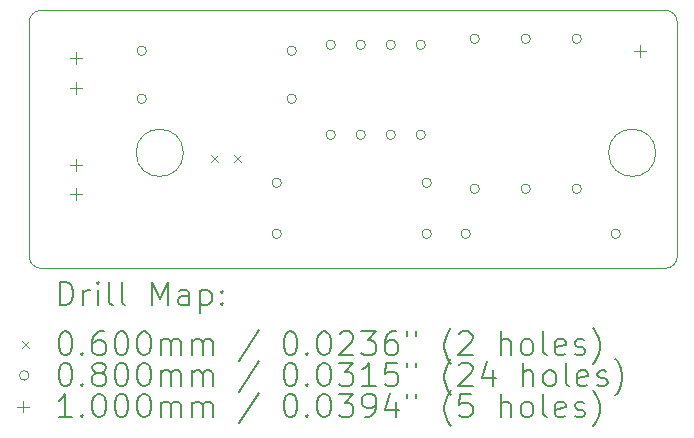
<source format=gbr>
%TF.GenerationSoftware,KiCad,Pcbnew,9.0.2*%
%TF.CreationDate,2025-07-07T17:18:13-07:00*%
%TF.ProjectId,switch_debounce_unit,73776974-6368-45f6-9465-626f756e6365,rev?*%
%TF.SameCoordinates,Original*%
%TF.FileFunction,Drillmap*%
%TF.FilePolarity,Positive*%
%FSLAX45Y45*%
G04 Gerber Fmt 4.5, Leading zero omitted, Abs format (unit mm)*
G04 Created by KiCad (PCBNEW 9.0.2) date 2025-07-07 17:18:13*
%MOMM*%
%LPD*%
G01*
G04 APERTURE LIST*
%ADD10C,0.050000*%
%ADD11C,0.200000*%
%ADD12C,0.100000*%
G04 APERTURE END LIST*
D10*
X6692900Y-3290900D02*
G75*
G02*
X6592900Y-3390900I-100000J0D01*
G01*
X1306500Y-3390900D02*
G75*
G02*
X1206500Y-3290900I0J100000D01*
G01*
X6592900Y-1206500D02*
G75*
G02*
X6692900Y-1306500I0J-100000D01*
G01*
X1206500Y-1306500D02*
G75*
G02*
X1306500Y-1206500I100000J0D01*
G01*
X6692900Y-1306500D02*
X6692900Y-3290900D01*
X1206500Y-3290900D02*
X1206500Y-1306500D01*
X6592900Y-3390900D02*
X1306500Y-3390900D01*
X1306500Y-1206500D02*
X6592900Y-1206500D01*
X6511400Y-2413000D02*
G75*
G02*
X6111400Y-2413000I-200000J0D01*
G01*
X6111400Y-2413000D02*
G75*
G02*
X6511400Y-2413000I200000J0D01*
G01*
X2511400Y-2413000D02*
G75*
G02*
X2111400Y-2413000I-200000J0D01*
G01*
X2111400Y-2413000D02*
G75*
G02*
X2511400Y-2413000I200000J0D01*
G01*
D11*
D12*
X2741800Y-2433800D02*
X2801800Y-2493800D01*
X2801800Y-2433800D02*
X2741800Y-2493800D01*
X2941800Y-2433800D02*
X3001800Y-2493800D01*
X3001800Y-2433800D02*
X2941800Y-2493800D01*
X2199000Y-1549400D02*
G75*
G02*
X2119000Y-1549400I-40000J0D01*
G01*
X2119000Y-1549400D02*
G75*
G02*
X2199000Y-1549400I40000J0D01*
G01*
X2199000Y-1955800D02*
G75*
G02*
X2119000Y-1955800I-40000J0D01*
G01*
X2119000Y-1955800D02*
G75*
G02*
X2199000Y-1955800I40000J0D01*
G01*
X3342000Y-2667000D02*
G75*
G02*
X3262000Y-2667000I-40000J0D01*
G01*
X3262000Y-2667000D02*
G75*
G02*
X3342000Y-2667000I40000J0D01*
G01*
X3342000Y-3098800D02*
G75*
G02*
X3262000Y-3098800I-40000J0D01*
G01*
X3262000Y-3098800D02*
G75*
G02*
X3342000Y-3098800I40000J0D01*
G01*
X3469000Y-1549400D02*
G75*
G02*
X3389000Y-1549400I-40000J0D01*
G01*
X3389000Y-1549400D02*
G75*
G02*
X3469000Y-1549400I40000J0D01*
G01*
X3469000Y-1955800D02*
G75*
G02*
X3389000Y-1955800I-40000J0D01*
G01*
X3389000Y-1955800D02*
G75*
G02*
X3469000Y-1955800I40000J0D01*
G01*
X3799200Y-1498600D02*
G75*
G02*
X3719200Y-1498600I-40000J0D01*
G01*
X3719200Y-1498600D02*
G75*
G02*
X3799200Y-1498600I40000J0D01*
G01*
X3799200Y-2260600D02*
G75*
G02*
X3719200Y-2260600I-40000J0D01*
G01*
X3719200Y-2260600D02*
G75*
G02*
X3799200Y-2260600I40000J0D01*
G01*
X4053200Y-1498600D02*
G75*
G02*
X3973200Y-1498600I-40000J0D01*
G01*
X3973200Y-1498600D02*
G75*
G02*
X4053200Y-1498600I40000J0D01*
G01*
X4053200Y-2260600D02*
G75*
G02*
X3973200Y-2260600I-40000J0D01*
G01*
X3973200Y-2260600D02*
G75*
G02*
X4053200Y-2260600I40000J0D01*
G01*
X4307200Y-1498600D02*
G75*
G02*
X4227200Y-1498600I-40000J0D01*
G01*
X4227200Y-1498600D02*
G75*
G02*
X4307200Y-1498600I40000J0D01*
G01*
X4307200Y-2260600D02*
G75*
G02*
X4227200Y-2260600I-40000J0D01*
G01*
X4227200Y-2260600D02*
G75*
G02*
X4307200Y-2260600I40000J0D01*
G01*
X4561200Y-1498600D02*
G75*
G02*
X4481200Y-1498600I-40000J0D01*
G01*
X4481200Y-1498600D02*
G75*
G02*
X4561200Y-1498600I40000J0D01*
G01*
X4561200Y-2260600D02*
G75*
G02*
X4481200Y-2260600I-40000J0D01*
G01*
X4481200Y-2260600D02*
G75*
G02*
X4561200Y-2260600I40000J0D01*
G01*
X4612000Y-2667000D02*
G75*
G02*
X4532000Y-2667000I-40000J0D01*
G01*
X4532000Y-2667000D02*
G75*
G02*
X4612000Y-2667000I40000J0D01*
G01*
X4612000Y-3098800D02*
G75*
G02*
X4532000Y-3098800I-40000J0D01*
G01*
X4532000Y-3098800D02*
G75*
G02*
X4612000Y-3098800I40000J0D01*
G01*
X4942200Y-3098800D02*
G75*
G02*
X4862200Y-3098800I-40000J0D01*
G01*
X4862200Y-3098800D02*
G75*
G02*
X4942200Y-3098800I40000J0D01*
G01*
X5018400Y-1447800D02*
G75*
G02*
X4938400Y-1447800I-40000J0D01*
G01*
X4938400Y-1447800D02*
G75*
G02*
X5018400Y-1447800I40000J0D01*
G01*
X5018400Y-2717800D02*
G75*
G02*
X4938400Y-2717800I-40000J0D01*
G01*
X4938400Y-2717800D02*
G75*
G02*
X5018400Y-2717800I40000J0D01*
G01*
X5450200Y-1447800D02*
G75*
G02*
X5370200Y-1447800I-40000J0D01*
G01*
X5370200Y-1447800D02*
G75*
G02*
X5450200Y-1447800I40000J0D01*
G01*
X5450200Y-2717800D02*
G75*
G02*
X5370200Y-2717800I-40000J0D01*
G01*
X5370200Y-2717800D02*
G75*
G02*
X5450200Y-2717800I40000J0D01*
G01*
X5882000Y-1447800D02*
G75*
G02*
X5802000Y-1447800I-40000J0D01*
G01*
X5802000Y-1447800D02*
G75*
G02*
X5882000Y-1447800I40000J0D01*
G01*
X5882000Y-2717800D02*
G75*
G02*
X5802000Y-2717800I-40000J0D01*
G01*
X5802000Y-2717800D02*
G75*
G02*
X5882000Y-2717800I40000J0D01*
G01*
X6212200Y-3098800D02*
G75*
G02*
X6132200Y-3098800I-40000J0D01*
G01*
X6132200Y-3098800D02*
G75*
G02*
X6212200Y-3098800I40000J0D01*
G01*
X1600200Y-1562900D02*
X1600200Y-1662900D01*
X1550200Y-1612900D02*
X1650200Y-1612900D01*
X1600200Y-1812900D02*
X1600200Y-1912900D01*
X1550200Y-1862900D02*
X1650200Y-1862900D01*
X1600200Y-2464600D02*
X1600200Y-2564600D01*
X1550200Y-2514600D02*
X1650200Y-2514600D01*
X1600200Y-2714600D02*
X1600200Y-2814600D01*
X1550200Y-2764600D02*
X1650200Y-2764600D01*
X6375400Y-1499400D02*
X6375400Y-1599400D01*
X6325400Y-1549400D02*
X6425400Y-1549400D01*
D11*
X1464777Y-3704884D02*
X1464777Y-3504884D01*
X1464777Y-3504884D02*
X1512396Y-3504884D01*
X1512396Y-3504884D02*
X1540967Y-3514408D01*
X1540967Y-3514408D02*
X1560015Y-3533455D01*
X1560015Y-3533455D02*
X1569539Y-3552503D01*
X1569539Y-3552503D02*
X1579062Y-3590598D01*
X1579062Y-3590598D02*
X1579062Y-3619169D01*
X1579062Y-3619169D02*
X1569539Y-3657265D01*
X1569539Y-3657265D02*
X1560015Y-3676312D01*
X1560015Y-3676312D02*
X1540967Y-3695360D01*
X1540967Y-3695360D02*
X1512396Y-3704884D01*
X1512396Y-3704884D02*
X1464777Y-3704884D01*
X1664777Y-3704884D02*
X1664777Y-3571550D01*
X1664777Y-3609646D02*
X1674301Y-3590598D01*
X1674301Y-3590598D02*
X1683824Y-3581074D01*
X1683824Y-3581074D02*
X1702872Y-3571550D01*
X1702872Y-3571550D02*
X1721920Y-3571550D01*
X1788586Y-3704884D02*
X1788586Y-3571550D01*
X1788586Y-3504884D02*
X1779062Y-3514408D01*
X1779062Y-3514408D02*
X1788586Y-3523931D01*
X1788586Y-3523931D02*
X1798110Y-3514408D01*
X1798110Y-3514408D02*
X1788586Y-3504884D01*
X1788586Y-3504884D02*
X1788586Y-3523931D01*
X1912396Y-3704884D02*
X1893348Y-3695360D01*
X1893348Y-3695360D02*
X1883824Y-3676312D01*
X1883824Y-3676312D02*
X1883824Y-3504884D01*
X2017158Y-3704884D02*
X1998110Y-3695360D01*
X1998110Y-3695360D02*
X1988586Y-3676312D01*
X1988586Y-3676312D02*
X1988586Y-3504884D01*
X2245729Y-3704884D02*
X2245729Y-3504884D01*
X2245729Y-3504884D02*
X2312396Y-3647741D01*
X2312396Y-3647741D02*
X2379063Y-3504884D01*
X2379063Y-3504884D02*
X2379063Y-3704884D01*
X2560015Y-3704884D02*
X2560015Y-3600122D01*
X2560015Y-3600122D02*
X2550491Y-3581074D01*
X2550491Y-3581074D02*
X2531444Y-3571550D01*
X2531444Y-3571550D02*
X2493348Y-3571550D01*
X2493348Y-3571550D02*
X2474301Y-3581074D01*
X2560015Y-3695360D02*
X2540967Y-3704884D01*
X2540967Y-3704884D02*
X2493348Y-3704884D01*
X2493348Y-3704884D02*
X2474301Y-3695360D01*
X2474301Y-3695360D02*
X2464777Y-3676312D01*
X2464777Y-3676312D02*
X2464777Y-3657265D01*
X2464777Y-3657265D02*
X2474301Y-3638217D01*
X2474301Y-3638217D02*
X2493348Y-3628693D01*
X2493348Y-3628693D02*
X2540967Y-3628693D01*
X2540967Y-3628693D02*
X2560015Y-3619169D01*
X2655253Y-3571550D02*
X2655253Y-3771550D01*
X2655253Y-3581074D02*
X2674301Y-3571550D01*
X2674301Y-3571550D02*
X2712396Y-3571550D01*
X2712396Y-3571550D02*
X2731444Y-3581074D01*
X2731444Y-3581074D02*
X2740967Y-3590598D01*
X2740967Y-3590598D02*
X2750491Y-3609646D01*
X2750491Y-3609646D02*
X2750491Y-3666788D01*
X2750491Y-3666788D02*
X2740967Y-3685836D01*
X2740967Y-3685836D02*
X2731444Y-3695360D01*
X2731444Y-3695360D02*
X2712396Y-3704884D01*
X2712396Y-3704884D02*
X2674301Y-3704884D01*
X2674301Y-3704884D02*
X2655253Y-3695360D01*
X2836205Y-3685836D02*
X2845729Y-3695360D01*
X2845729Y-3695360D02*
X2836205Y-3704884D01*
X2836205Y-3704884D02*
X2826682Y-3695360D01*
X2826682Y-3695360D02*
X2836205Y-3685836D01*
X2836205Y-3685836D02*
X2836205Y-3704884D01*
X2836205Y-3581074D02*
X2845729Y-3590598D01*
X2845729Y-3590598D02*
X2836205Y-3600122D01*
X2836205Y-3600122D02*
X2826682Y-3590598D01*
X2826682Y-3590598D02*
X2836205Y-3581074D01*
X2836205Y-3581074D02*
X2836205Y-3600122D01*
D12*
X1144000Y-4003400D02*
X1204000Y-4063400D01*
X1204000Y-4003400D02*
X1144000Y-4063400D01*
D11*
X1502872Y-3924884D02*
X1521920Y-3924884D01*
X1521920Y-3924884D02*
X1540967Y-3934408D01*
X1540967Y-3934408D02*
X1550491Y-3943931D01*
X1550491Y-3943931D02*
X1560015Y-3962979D01*
X1560015Y-3962979D02*
X1569539Y-4001074D01*
X1569539Y-4001074D02*
X1569539Y-4048693D01*
X1569539Y-4048693D02*
X1560015Y-4086788D01*
X1560015Y-4086788D02*
X1550491Y-4105836D01*
X1550491Y-4105836D02*
X1540967Y-4115360D01*
X1540967Y-4115360D02*
X1521920Y-4124884D01*
X1521920Y-4124884D02*
X1502872Y-4124884D01*
X1502872Y-4124884D02*
X1483824Y-4115360D01*
X1483824Y-4115360D02*
X1474301Y-4105836D01*
X1474301Y-4105836D02*
X1464777Y-4086788D01*
X1464777Y-4086788D02*
X1455253Y-4048693D01*
X1455253Y-4048693D02*
X1455253Y-4001074D01*
X1455253Y-4001074D02*
X1464777Y-3962979D01*
X1464777Y-3962979D02*
X1474301Y-3943931D01*
X1474301Y-3943931D02*
X1483824Y-3934408D01*
X1483824Y-3934408D02*
X1502872Y-3924884D01*
X1655253Y-4105836D02*
X1664777Y-4115360D01*
X1664777Y-4115360D02*
X1655253Y-4124884D01*
X1655253Y-4124884D02*
X1645729Y-4115360D01*
X1645729Y-4115360D02*
X1655253Y-4105836D01*
X1655253Y-4105836D02*
X1655253Y-4124884D01*
X1836205Y-3924884D02*
X1798110Y-3924884D01*
X1798110Y-3924884D02*
X1779062Y-3934408D01*
X1779062Y-3934408D02*
X1769539Y-3943931D01*
X1769539Y-3943931D02*
X1750491Y-3972503D01*
X1750491Y-3972503D02*
X1740967Y-4010598D01*
X1740967Y-4010598D02*
X1740967Y-4086788D01*
X1740967Y-4086788D02*
X1750491Y-4105836D01*
X1750491Y-4105836D02*
X1760015Y-4115360D01*
X1760015Y-4115360D02*
X1779062Y-4124884D01*
X1779062Y-4124884D02*
X1817158Y-4124884D01*
X1817158Y-4124884D02*
X1836205Y-4115360D01*
X1836205Y-4115360D02*
X1845729Y-4105836D01*
X1845729Y-4105836D02*
X1855253Y-4086788D01*
X1855253Y-4086788D02*
X1855253Y-4039169D01*
X1855253Y-4039169D02*
X1845729Y-4020122D01*
X1845729Y-4020122D02*
X1836205Y-4010598D01*
X1836205Y-4010598D02*
X1817158Y-4001074D01*
X1817158Y-4001074D02*
X1779062Y-4001074D01*
X1779062Y-4001074D02*
X1760015Y-4010598D01*
X1760015Y-4010598D02*
X1750491Y-4020122D01*
X1750491Y-4020122D02*
X1740967Y-4039169D01*
X1979062Y-3924884D02*
X1998110Y-3924884D01*
X1998110Y-3924884D02*
X2017158Y-3934408D01*
X2017158Y-3934408D02*
X2026682Y-3943931D01*
X2026682Y-3943931D02*
X2036205Y-3962979D01*
X2036205Y-3962979D02*
X2045729Y-4001074D01*
X2045729Y-4001074D02*
X2045729Y-4048693D01*
X2045729Y-4048693D02*
X2036205Y-4086788D01*
X2036205Y-4086788D02*
X2026682Y-4105836D01*
X2026682Y-4105836D02*
X2017158Y-4115360D01*
X2017158Y-4115360D02*
X1998110Y-4124884D01*
X1998110Y-4124884D02*
X1979062Y-4124884D01*
X1979062Y-4124884D02*
X1960015Y-4115360D01*
X1960015Y-4115360D02*
X1950491Y-4105836D01*
X1950491Y-4105836D02*
X1940967Y-4086788D01*
X1940967Y-4086788D02*
X1931443Y-4048693D01*
X1931443Y-4048693D02*
X1931443Y-4001074D01*
X1931443Y-4001074D02*
X1940967Y-3962979D01*
X1940967Y-3962979D02*
X1950491Y-3943931D01*
X1950491Y-3943931D02*
X1960015Y-3934408D01*
X1960015Y-3934408D02*
X1979062Y-3924884D01*
X2169539Y-3924884D02*
X2188586Y-3924884D01*
X2188586Y-3924884D02*
X2207634Y-3934408D01*
X2207634Y-3934408D02*
X2217158Y-3943931D01*
X2217158Y-3943931D02*
X2226682Y-3962979D01*
X2226682Y-3962979D02*
X2236205Y-4001074D01*
X2236205Y-4001074D02*
X2236205Y-4048693D01*
X2236205Y-4048693D02*
X2226682Y-4086788D01*
X2226682Y-4086788D02*
X2217158Y-4105836D01*
X2217158Y-4105836D02*
X2207634Y-4115360D01*
X2207634Y-4115360D02*
X2188586Y-4124884D01*
X2188586Y-4124884D02*
X2169539Y-4124884D01*
X2169539Y-4124884D02*
X2150491Y-4115360D01*
X2150491Y-4115360D02*
X2140967Y-4105836D01*
X2140967Y-4105836D02*
X2131444Y-4086788D01*
X2131444Y-4086788D02*
X2121920Y-4048693D01*
X2121920Y-4048693D02*
X2121920Y-4001074D01*
X2121920Y-4001074D02*
X2131444Y-3962979D01*
X2131444Y-3962979D02*
X2140967Y-3943931D01*
X2140967Y-3943931D02*
X2150491Y-3934408D01*
X2150491Y-3934408D02*
X2169539Y-3924884D01*
X2321920Y-4124884D02*
X2321920Y-3991550D01*
X2321920Y-4010598D02*
X2331444Y-4001074D01*
X2331444Y-4001074D02*
X2350491Y-3991550D01*
X2350491Y-3991550D02*
X2379063Y-3991550D01*
X2379063Y-3991550D02*
X2398110Y-4001074D01*
X2398110Y-4001074D02*
X2407634Y-4020122D01*
X2407634Y-4020122D02*
X2407634Y-4124884D01*
X2407634Y-4020122D02*
X2417158Y-4001074D01*
X2417158Y-4001074D02*
X2436205Y-3991550D01*
X2436205Y-3991550D02*
X2464777Y-3991550D01*
X2464777Y-3991550D02*
X2483825Y-4001074D01*
X2483825Y-4001074D02*
X2493348Y-4020122D01*
X2493348Y-4020122D02*
X2493348Y-4124884D01*
X2588586Y-4124884D02*
X2588586Y-3991550D01*
X2588586Y-4010598D02*
X2598110Y-4001074D01*
X2598110Y-4001074D02*
X2617158Y-3991550D01*
X2617158Y-3991550D02*
X2645729Y-3991550D01*
X2645729Y-3991550D02*
X2664777Y-4001074D01*
X2664777Y-4001074D02*
X2674301Y-4020122D01*
X2674301Y-4020122D02*
X2674301Y-4124884D01*
X2674301Y-4020122D02*
X2683825Y-4001074D01*
X2683825Y-4001074D02*
X2702872Y-3991550D01*
X2702872Y-3991550D02*
X2731444Y-3991550D01*
X2731444Y-3991550D02*
X2750491Y-4001074D01*
X2750491Y-4001074D02*
X2760015Y-4020122D01*
X2760015Y-4020122D02*
X2760015Y-4124884D01*
X3150491Y-3915360D02*
X2979063Y-4172503D01*
X3407634Y-3924884D02*
X3426682Y-3924884D01*
X3426682Y-3924884D02*
X3445729Y-3934408D01*
X3445729Y-3934408D02*
X3455253Y-3943931D01*
X3455253Y-3943931D02*
X3464777Y-3962979D01*
X3464777Y-3962979D02*
X3474301Y-4001074D01*
X3474301Y-4001074D02*
X3474301Y-4048693D01*
X3474301Y-4048693D02*
X3464777Y-4086788D01*
X3464777Y-4086788D02*
X3455253Y-4105836D01*
X3455253Y-4105836D02*
X3445729Y-4115360D01*
X3445729Y-4115360D02*
X3426682Y-4124884D01*
X3426682Y-4124884D02*
X3407634Y-4124884D01*
X3407634Y-4124884D02*
X3388586Y-4115360D01*
X3388586Y-4115360D02*
X3379063Y-4105836D01*
X3379063Y-4105836D02*
X3369539Y-4086788D01*
X3369539Y-4086788D02*
X3360015Y-4048693D01*
X3360015Y-4048693D02*
X3360015Y-4001074D01*
X3360015Y-4001074D02*
X3369539Y-3962979D01*
X3369539Y-3962979D02*
X3379063Y-3943931D01*
X3379063Y-3943931D02*
X3388586Y-3934408D01*
X3388586Y-3934408D02*
X3407634Y-3924884D01*
X3560015Y-4105836D02*
X3569539Y-4115360D01*
X3569539Y-4115360D02*
X3560015Y-4124884D01*
X3560015Y-4124884D02*
X3550491Y-4115360D01*
X3550491Y-4115360D02*
X3560015Y-4105836D01*
X3560015Y-4105836D02*
X3560015Y-4124884D01*
X3693348Y-3924884D02*
X3712396Y-3924884D01*
X3712396Y-3924884D02*
X3731444Y-3934408D01*
X3731444Y-3934408D02*
X3740967Y-3943931D01*
X3740967Y-3943931D02*
X3750491Y-3962979D01*
X3750491Y-3962979D02*
X3760015Y-4001074D01*
X3760015Y-4001074D02*
X3760015Y-4048693D01*
X3760015Y-4048693D02*
X3750491Y-4086788D01*
X3750491Y-4086788D02*
X3740967Y-4105836D01*
X3740967Y-4105836D02*
X3731444Y-4115360D01*
X3731444Y-4115360D02*
X3712396Y-4124884D01*
X3712396Y-4124884D02*
X3693348Y-4124884D01*
X3693348Y-4124884D02*
X3674301Y-4115360D01*
X3674301Y-4115360D02*
X3664777Y-4105836D01*
X3664777Y-4105836D02*
X3655253Y-4086788D01*
X3655253Y-4086788D02*
X3645729Y-4048693D01*
X3645729Y-4048693D02*
X3645729Y-4001074D01*
X3645729Y-4001074D02*
X3655253Y-3962979D01*
X3655253Y-3962979D02*
X3664777Y-3943931D01*
X3664777Y-3943931D02*
X3674301Y-3934408D01*
X3674301Y-3934408D02*
X3693348Y-3924884D01*
X3836206Y-3943931D02*
X3845729Y-3934408D01*
X3845729Y-3934408D02*
X3864777Y-3924884D01*
X3864777Y-3924884D02*
X3912396Y-3924884D01*
X3912396Y-3924884D02*
X3931444Y-3934408D01*
X3931444Y-3934408D02*
X3940967Y-3943931D01*
X3940967Y-3943931D02*
X3950491Y-3962979D01*
X3950491Y-3962979D02*
X3950491Y-3982027D01*
X3950491Y-3982027D02*
X3940967Y-4010598D01*
X3940967Y-4010598D02*
X3826682Y-4124884D01*
X3826682Y-4124884D02*
X3950491Y-4124884D01*
X4017158Y-3924884D02*
X4140967Y-3924884D01*
X4140967Y-3924884D02*
X4074301Y-4001074D01*
X4074301Y-4001074D02*
X4102872Y-4001074D01*
X4102872Y-4001074D02*
X4121920Y-4010598D01*
X4121920Y-4010598D02*
X4131444Y-4020122D01*
X4131444Y-4020122D02*
X4140967Y-4039169D01*
X4140967Y-4039169D02*
X4140967Y-4086788D01*
X4140967Y-4086788D02*
X4131444Y-4105836D01*
X4131444Y-4105836D02*
X4121920Y-4115360D01*
X4121920Y-4115360D02*
X4102872Y-4124884D01*
X4102872Y-4124884D02*
X4045729Y-4124884D01*
X4045729Y-4124884D02*
X4026682Y-4115360D01*
X4026682Y-4115360D02*
X4017158Y-4105836D01*
X4312396Y-3924884D02*
X4274301Y-3924884D01*
X4274301Y-3924884D02*
X4255253Y-3934408D01*
X4255253Y-3934408D02*
X4245729Y-3943931D01*
X4245729Y-3943931D02*
X4226682Y-3972503D01*
X4226682Y-3972503D02*
X4217158Y-4010598D01*
X4217158Y-4010598D02*
X4217158Y-4086788D01*
X4217158Y-4086788D02*
X4226682Y-4105836D01*
X4226682Y-4105836D02*
X4236206Y-4115360D01*
X4236206Y-4115360D02*
X4255253Y-4124884D01*
X4255253Y-4124884D02*
X4293349Y-4124884D01*
X4293349Y-4124884D02*
X4312396Y-4115360D01*
X4312396Y-4115360D02*
X4321920Y-4105836D01*
X4321920Y-4105836D02*
X4331444Y-4086788D01*
X4331444Y-4086788D02*
X4331444Y-4039169D01*
X4331444Y-4039169D02*
X4321920Y-4020122D01*
X4321920Y-4020122D02*
X4312396Y-4010598D01*
X4312396Y-4010598D02*
X4293349Y-4001074D01*
X4293349Y-4001074D02*
X4255253Y-4001074D01*
X4255253Y-4001074D02*
X4236206Y-4010598D01*
X4236206Y-4010598D02*
X4226682Y-4020122D01*
X4226682Y-4020122D02*
X4217158Y-4039169D01*
X4407634Y-3924884D02*
X4407634Y-3962979D01*
X4483825Y-3924884D02*
X4483825Y-3962979D01*
X4779063Y-4201074D02*
X4769539Y-4191550D01*
X4769539Y-4191550D02*
X4750491Y-4162979D01*
X4750491Y-4162979D02*
X4740968Y-4143931D01*
X4740968Y-4143931D02*
X4731444Y-4115360D01*
X4731444Y-4115360D02*
X4721920Y-4067741D01*
X4721920Y-4067741D02*
X4721920Y-4029646D01*
X4721920Y-4029646D02*
X4731444Y-3982027D01*
X4731444Y-3982027D02*
X4740968Y-3953455D01*
X4740968Y-3953455D02*
X4750491Y-3934408D01*
X4750491Y-3934408D02*
X4769539Y-3905836D01*
X4769539Y-3905836D02*
X4779063Y-3896312D01*
X4845730Y-3943931D02*
X4855253Y-3934408D01*
X4855253Y-3934408D02*
X4874301Y-3924884D01*
X4874301Y-3924884D02*
X4921920Y-3924884D01*
X4921920Y-3924884D02*
X4940968Y-3934408D01*
X4940968Y-3934408D02*
X4950491Y-3943931D01*
X4950491Y-3943931D02*
X4960015Y-3962979D01*
X4960015Y-3962979D02*
X4960015Y-3982027D01*
X4960015Y-3982027D02*
X4950491Y-4010598D01*
X4950491Y-4010598D02*
X4836206Y-4124884D01*
X4836206Y-4124884D02*
X4960015Y-4124884D01*
X5198111Y-4124884D02*
X5198111Y-3924884D01*
X5283825Y-4124884D02*
X5283825Y-4020122D01*
X5283825Y-4020122D02*
X5274301Y-4001074D01*
X5274301Y-4001074D02*
X5255253Y-3991550D01*
X5255253Y-3991550D02*
X5226682Y-3991550D01*
X5226682Y-3991550D02*
X5207634Y-4001074D01*
X5207634Y-4001074D02*
X5198111Y-4010598D01*
X5407634Y-4124884D02*
X5388587Y-4115360D01*
X5388587Y-4115360D02*
X5379063Y-4105836D01*
X5379063Y-4105836D02*
X5369539Y-4086788D01*
X5369539Y-4086788D02*
X5369539Y-4029646D01*
X5369539Y-4029646D02*
X5379063Y-4010598D01*
X5379063Y-4010598D02*
X5388587Y-4001074D01*
X5388587Y-4001074D02*
X5407634Y-3991550D01*
X5407634Y-3991550D02*
X5436206Y-3991550D01*
X5436206Y-3991550D02*
X5455253Y-4001074D01*
X5455253Y-4001074D02*
X5464777Y-4010598D01*
X5464777Y-4010598D02*
X5474301Y-4029646D01*
X5474301Y-4029646D02*
X5474301Y-4086788D01*
X5474301Y-4086788D02*
X5464777Y-4105836D01*
X5464777Y-4105836D02*
X5455253Y-4115360D01*
X5455253Y-4115360D02*
X5436206Y-4124884D01*
X5436206Y-4124884D02*
X5407634Y-4124884D01*
X5588587Y-4124884D02*
X5569539Y-4115360D01*
X5569539Y-4115360D02*
X5560015Y-4096312D01*
X5560015Y-4096312D02*
X5560015Y-3924884D01*
X5740968Y-4115360D02*
X5721920Y-4124884D01*
X5721920Y-4124884D02*
X5683825Y-4124884D01*
X5683825Y-4124884D02*
X5664777Y-4115360D01*
X5664777Y-4115360D02*
X5655253Y-4096312D01*
X5655253Y-4096312D02*
X5655253Y-4020122D01*
X5655253Y-4020122D02*
X5664777Y-4001074D01*
X5664777Y-4001074D02*
X5683825Y-3991550D01*
X5683825Y-3991550D02*
X5721920Y-3991550D01*
X5721920Y-3991550D02*
X5740968Y-4001074D01*
X5740968Y-4001074D02*
X5750491Y-4020122D01*
X5750491Y-4020122D02*
X5750491Y-4039169D01*
X5750491Y-4039169D02*
X5655253Y-4058217D01*
X5826682Y-4115360D02*
X5845730Y-4124884D01*
X5845730Y-4124884D02*
X5883825Y-4124884D01*
X5883825Y-4124884D02*
X5902872Y-4115360D01*
X5902872Y-4115360D02*
X5912396Y-4096312D01*
X5912396Y-4096312D02*
X5912396Y-4086788D01*
X5912396Y-4086788D02*
X5902872Y-4067741D01*
X5902872Y-4067741D02*
X5883825Y-4058217D01*
X5883825Y-4058217D02*
X5855253Y-4058217D01*
X5855253Y-4058217D02*
X5836206Y-4048693D01*
X5836206Y-4048693D02*
X5826682Y-4029646D01*
X5826682Y-4029646D02*
X5826682Y-4020122D01*
X5826682Y-4020122D02*
X5836206Y-4001074D01*
X5836206Y-4001074D02*
X5855253Y-3991550D01*
X5855253Y-3991550D02*
X5883825Y-3991550D01*
X5883825Y-3991550D02*
X5902872Y-4001074D01*
X5979063Y-4201074D02*
X5988587Y-4191550D01*
X5988587Y-4191550D02*
X6007634Y-4162979D01*
X6007634Y-4162979D02*
X6017158Y-4143931D01*
X6017158Y-4143931D02*
X6026682Y-4115360D01*
X6026682Y-4115360D02*
X6036206Y-4067741D01*
X6036206Y-4067741D02*
X6036206Y-4029646D01*
X6036206Y-4029646D02*
X6026682Y-3982027D01*
X6026682Y-3982027D02*
X6017158Y-3953455D01*
X6017158Y-3953455D02*
X6007634Y-3934408D01*
X6007634Y-3934408D02*
X5988587Y-3905836D01*
X5988587Y-3905836D02*
X5979063Y-3896312D01*
D12*
X1204000Y-4297400D02*
G75*
G02*
X1124000Y-4297400I-40000J0D01*
G01*
X1124000Y-4297400D02*
G75*
G02*
X1204000Y-4297400I40000J0D01*
G01*
D11*
X1502872Y-4188884D02*
X1521920Y-4188884D01*
X1521920Y-4188884D02*
X1540967Y-4198408D01*
X1540967Y-4198408D02*
X1550491Y-4207931D01*
X1550491Y-4207931D02*
X1560015Y-4226979D01*
X1560015Y-4226979D02*
X1569539Y-4265074D01*
X1569539Y-4265074D02*
X1569539Y-4312693D01*
X1569539Y-4312693D02*
X1560015Y-4350789D01*
X1560015Y-4350789D02*
X1550491Y-4369836D01*
X1550491Y-4369836D02*
X1540967Y-4379360D01*
X1540967Y-4379360D02*
X1521920Y-4388884D01*
X1521920Y-4388884D02*
X1502872Y-4388884D01*
X1502872Y-4388884D02*
X1483824Y-4379360D01*
X1483824Y-4379360D02*
X1474301Y-4369836D01*
X1474301Y-4369836D02*
X1464777Y-4350789D01*
X1464777Y-4350789D02*
X1455253Y-4312693D01*
X1455253Y-4312693D02*
X1455253Y-4265074D01*
X1455253Y-4265074D02*
X1464777Y-4226979D01*
X1464777Y-4226979D02*
X1474301Y-4207931D01*
X1474301Y-4207931D02*
X1483824Y-4198408D01*
X1483824Y-4198408D02*
X1502872Y-4188884D01*
X1655253Y-4369836D02*
X1664777Y-4379360D01*
X1664777Y-4379360D02*
X1655253Y-4388884D01*
X1655253Y-4388884D02*
X1645729Y-4379360D01*
X1645729Y-4379360D02*
X1655253Y-4369836D01*
X1655253Y-4369836D02*
X1655253Y-4388884D01*
X1779062Y-4274598D02*
X1760015Y-4265074D01*
X1760015Y-4265074D02*
X1750491Y-4255550D01*
X1750491Y-4255550D02*
X1740967Y-4236503D01*
X1740967Y-4236503D02*
X1740967Y-4226979D01*
X1740967Y-4226979D02*
X1750491Y-4207931D01*
X1750491Y-4207931D02*
X1760015Y-4198408D01*
X1760015Y-4198408D02*
X1779062Y-4188884D01*
X1779062Y-4188884D02*
X1817158Y-4188884D01*
X1817158Y-4188884D02*
X1836205Y-4198408D01*
X1836205Y-4198408D02*
X1845729Y-4207931D01*
X1845729Y-4207931D02*
X1855253Y-4226979D01*
X1855253Y-4226979D02*
X1855253Y-4236503D01*
X1855253Y-4236503D02*
X1845729Y-4255550D01*
X1845729Y-4255550D02*
X1836205Y-4265074D01*
X1836205Y-4265074D02*
X1817158Y-4274598D01*
X1817158Y-4274598D02*
X1779062Y-4274598D01*
X1779062Y-4274598D02*
X1760015Y-4284122D01*
X1760015Y-4284122D02*
X1750491Y-4293646D01*
X1750491Y-4293646D02*
X1740967Y-4312693D01*
X1740967Y-4312693D02*
X1740967Y-4350789D01*
X1740967Y-4350789D02*
X1750491Y-4369836D01*
X1750491Y-4369836D02*
X1760015Y-4379360D01*
X1760015Y-4379360D02*
X1779062Y-4388884D01*
X1779062Y-4388884D02*
X1817158Y-4388884D01*
X1817158Y-4388884D02*
X1836205Y-4379360D01*
X1836205Y-4379360D02*
X1845729Y-4369836D01*
X1845729Y-4369836D02*
X1855253Y-4350789D01*
X1855253Y-4350789D02*
X1855253Y-4312693D01*
X1855253Y-4312693D02*
X1845729Y-4293646D01*
X1845729Y-4293646D02*
X1836205Y-4284122D01*
X1836205Y-4284122D02*
X1817158Y-4274598D01*
X1979062Y-4188884D02*
X1998110Y-4188884D01*
X1998110Y-4188884D02*
X2017158Y-4198408D01*
X2017158Y-4198408D02*
X2026682Y-4207931D01*
X2026682Y-4207931D02*
X2036205Y-4226979D01*
X2036205Y-4226979D02*
X2045729Y-4265074D01*
X2045729Y-4265074D02*
X2045729Y-4312693D01*
X2045729Y-4312693D02*
X2036205Y-4350789D01*
X2036205Y-4350789D02*
X2026682Y-4369836D01*
X2026682Y-4369836D02*
X2017158Y-4379360D01*
X2017158Y-4379360D02*
X1998110Y-4388884D01*
X1998110Y-4388884D02*
X1979062Y-4388884D01*
X1979062Y-4388884D02*
X1960015Y-4379360D01*
X1960015Y-4379360D02*
X1950491Y-4369836D01*
X1950491Y-4369836D02*
X1940967Y-4350789D01*
X1940967Y-4350789D02*
X1931443Y-4312693D01*
X1931443Y-4312693D02*
X1931443Y-4265074D01*
X1931443Y-4265074D02*
X1940967Y-4226979D01*
X1940967Y-4226979D02*
X1950491Y-4207931D01*
X1950491Y-4207931D02*
X1960015Y-4198408D01*
X1960015Y-4198408D02*
X1979062Y-4188884D01*
X2169539Y-4188884D02*
X2188586Y-4188884D01*
X2188586Y-4188884D02*
X2207634Y-4198408D01*
X2207634Y-4198408D02*
X2217158Y-4207931D01*
X2217158Y-4207931D02*
X2226682Y-4226979D01*
X2226682Y-4226979D02*
X2236205Y-4265074D01*
X2236205Y-4265074D02*
X2236205Y-4312693D01*
X2236205Y-4312693D02*
X2226682Y-4350789D01*
X2226682Y-4350789D02*
X2217158Y-4369836D01*
X2217158Y-4369836D02*
X2207634Y-4379360D01*
X2207634Y-4379360D02*
X2188586Y-4388884D01*
X2188586Y-4388884D02*
X2169539Y-4388884D01*
X2169539Y-4388884D02*
X2150491Y-4379360D01*
X2150491Y-4379360D02*
X2140967Y-4369836D01*
X2140967Y-4369836D02*
X2131444Y-4350789D01*
X2131444Y-4350789D02*
X2121920Y-4312693D01*
X2121920Y-4312693D02*
X2121920Y-4265074D01*
X2121920Y-4265074D02*
X2131444Y-4226979D01*
X2131444Y-4226979D02*
X2140967Y-4207931D01*
X2140967Y-4207931D02*
X2150491Y-4198408D01*
X2150491Y-4198408D02*
X2169539Y-4188884D01*
X2321920Y-4388884D02*
X2321920Y-4255550D01*
X2321920Y-4274598D02*
X2331444Y-4265074D01*
X2331444Y-4265074D02*
X2350491Y-4255550D01*
X2350491Y-4255550D02*
X2379063Y-4255550D01*
X2379063Y-4255550D02*
X2398110Y-4265074D01*
X2398110Y-4265074D02*
X2407634Y-4284122D01*
X2407634Y-4284122D02*
X2407634Y-4388884D01*
X2407634Y-4284122D02*
X2417158Y-4265074D01*
X2417158Y-4265074D02*
X2436205Y-4255550D01*
X2436205Y-4255550D02*
X2464777Y-4255550D01*
X2464777Y-4255550D02*
X2483825Y-4265074D01*
X2483825Y-4265074D02*
X2493348Y-4284122D01*
X2493348Y-4284122D02*
X2493348Y-4388884D01*
X2588586Y-4388884D02*
X2588586Y-4255550D01*
X2588586Y-4274598D02*
X2598110Y-4265074D01*
X2598110Y-4265074D02*
X2617158Y-4255550D01*
X2617158Y-4255550D02*
X2645729Y-4255550D01*
X2645729Y-4255550D02*
X2664777Y-4265074D01*
X2664777Y-4265074D02*
X2674301Y-4284122D01*
X2674301Y-4284122D02*
X2674301Y-4388884D01*
X2674301Y-4284122D02*
X2683825Y-4265074D01*
X2683825Y-4265074D02*
X2702872Y-4255550D01*
X2702872Y-4255550D02*
X2731444Y-4255550D01*
X2731444Y-4255550D02*
X2750491Y-4265074D01*
X2750491Y-4265074D02*
X2760015Y-4284122D01*
X2760015Y-4284122D02*
X2760015Y-4388884D01*
X3150491Y-4179360D02*
X2979063Y-4436503D01*
X3407634Y-4188884D02*
X3426682Y-4188884D01*
X3426682Y-4188884D02*
X3445729Y-4198408D01*
X3445729Y-4198408D02*
X3455253Y-4207931D01*
X3455253Y-4207931D02*
X3464777Y-4226979D01*
X3464777Y-4226979D02*
X3474301Y-4265074D01*
X3474301Y-4265074D02*
X3474301Y-4312693D01*
X3474301Y-4312693D02*
X3464777Y-4350789D01*
X3464777Y-4350789D02*
X3455253Y-4369836D01*
X3455253Y-4369836D02*
X3445729Y-4379360D01*
X3445729Y-4379360D02*
X3426682Y-4388884D01*
X3426682Y-4388884D02*
X3407634Y-4388884D01*
X3407634Y-4388884D02*
X3388586Y-4379360D01*
X3388586Y-4379360D02*
X3379063Y-4369836D01*
X3379063Y-4369836D02*
X3369539Y-4350789D01*
X3369539Y-4350789D02*
X3360015Y-4312693D01*
X3360015Y-4312693D02*
X3360015Y-4265074D01*
X3360015Y-4265074D02*
X3369539Y-4226979D01*
X3369539Y-4226979D02*
X3379063Y-4207931D01*
X3379063Y-4207931D02*
X3388586Y-4198408D01*
X3388586Y-4198408D02*
X3407634Y-4188884D01*
X3560015Y-4369836D02*
X3569539Y-4379360D01*
X3569539Y-4379360D02*
X3560015Y-4388884D01*
X3560015Y-4388884D02*
X3550491Y-4379360D01*
X3550491Y-4379360D02*
X3560015Y-4369836D01*
X3560015Y-4369836D02*
X3560015Y-4388884D01*
X3693348Y-4188884D02*
X3712396Y-4188884D01*
X3712396Y-4188884D02*
X3731444Y-4198408D01*
X3731444Y-4198408D02*
X3740967Y-4207931D01*
X3740967Y-4207931D02*
X3750491Y-4226979D01*
X3750491Y-4226979D02*
X3760015Y-4265074D01*
X3760015Y-4265074D02*
X3760015Y-4312693D01*
X3760015Y-4312693D02*
X3750491Y-4350789D01*
X3750491Y-4350789D02*
X3740967Y-4369836D01*
X3740967Y-4369836D02*
X3731444Y-4379360D01*
X3731444Y-4379360D02*
X3712396Y-4388884D01*
X3712396Y-4388884D02*
X3693348Y-4388884D01*
X3693348Y-4388884D02*
X3674301Y-4379360D01*
X3674301Y-4379360D02*
X3664777Y-4369836D01*
X3664777Y-4369836D02*
X3655253Y-4350789D01*
X3655253Y-4350789D02*
X3645729Y-4312693D01*
X3645729Y-4312693D02*
X3645729Y-4265074D01*
X3645729Y-4265074D02*
X3655253Y-4226979D01*
X3655253Y-4226979D02*
X3664777Y-4207931D01*
X3664777Y-4207931D02*
X3674301Y-4198408D01*
X3674301Y-4198408D02*
X3693348Y-4188884D01*
X3826682Y-4188884D02*
X3950491Y-4188884D01*
X3950491Y-4188884D02*
X3883825Y-4265074D01*
X3883825Y-4265074D02*
X3912396Y-4265074D01*
X3912396Y-4265074D02*
X3931444Y-4274598D01*
X3931444Y-4274598D02*
X3940967Y-4284122D01*
X3940967Y-4284122D02*
X3950491Y-4303170D01*
X3950491Y-4303170D02*
X3950491Y-4350789D01*
X3950491Y-4350789D02*
X3940967Y-4369836D01*
X3940967Y-4369836D02*
X3931444Y-4379360D01*
X3931444Y-4379360D02*
X3912396Y-4388884D01*
X3912396Y-4388884D02*
X3855253Y-4388884D01*
X3855253Y-4388884D02*
X3836206Y-4379360D01*
X3836206Y-4379360D02*
X3826682Y-4369836D01*
X4140967Y-4388884D02*
X4026682Y-4388884D01*
X4083825Y-4388884D02*
X4083825Y-4188884D01*
X4083825Y-4188884D02*
X4064777Y-4217455D01*
X4064777Y-4217455D02*
X4045729Y-4236503D01*
X4045729Y-4236503D02*
X4026682Y-4246027D01*
X4321920Y-4188884D02*
X4226682Y-4188884D01*
X4226682Y-4188884D02*
X4217158Y-4284122D01*
X4217158Y-4284122D02*
X4226682Y-4274598D01*
X4226682Y-4274598D02*
X4245729Y-4265074D01*
X4245729Y-4265074D02*
X4293349Y-4265074D01*
X4293349Y-4265074D02*
X4312396Y-4274598D01*
X4312396Y-4274598D02*
X4321920Y-4284122D01*
X4321920Y-4284122D02*
X4331444Y-4303170D01*
X4331444Y-4303170D02*
X4331444Y-4350789D01*
X4331444Y-4350789D02*
X4321920Y-4369836D01*
X4321920Y-4369836D02*
X4312396Y-4379360D01*
X4312396Y-4379360D02*
X4293349Y-4388884D01*
X4293349Y-4388884D02*
X4245729Y-4388884D01*
X4245729Y-4388884D02*
X4226682Y-4379360D01*
X4226682Y-4379360D02*
X4217158Y-4369836D01*
X4407634Y-4188884D02*
X4407634Y-4226979D01*
X4483825Y-4188884D02*
X4483825Y-4226979D01*
X4779063Y-4465074D02*
X4769539Y-4455550D01*
X4769539Y-4455550D02*
X4750491Y-4426979D01*
X4750491Y-4426979D02*
X4740968Y-4407931D01*
X4740968Y-4407931D02*
X4731444Y-4379360D01*
X4731444Y-4379360D02*
X4721920Y-4331741D01*
X4721920Y-4331741D02*
X4721920Y-4293646D01*
X4721920Y-4293646D02*
X4731444Y-4246027D01*
X4731444Y-4246027D02*
X4740968Y-4217455D01*
X4740968Y-4217455D02*
X4750491Y-4198408D01*
X4750491Y-4198408D02*
X4769539Y-4169836D01*
X4769539Y-4169836D02*
X4779063Y-4160312D01*
X4845730Y-4207931D02*
X4855253Y-4198408D01*
X4855253Y-4198408D02*
X4874301Y-4188884D01*
X4874301Y-4188884D02*
X4921920Y-4188884D01*
X4921920Y-4188884D02*
X4940968Y-4198408D01*
X4940968Y-4198408D02*
X4950491Y-4207931D01*
X4950491Y-4207931D02*
X4960015Y-4226979D01*
X4960015Y-4226979D02*
X4960015Y-4246027D01*
X4960015Y-4246027D02*
X4950491Y-4274598D01*
X4950491Y-4274598D02*
X4836206Y-4388884D01*
X4836206Y-4388884D02*
X4960015Y-4388884D01*
X5131444Y-4255550D02*
X5131444Y-4388884D01*
X5083825Y-4179360D02*
X5036206Y-4322217D01*
X5036206Y-4322217D02*
X5160015Y-4322217D01*
X5388587Y-4388884D02*
X5388587Y-4188884D01*
X5474301Y-4388884D02*
X5474301Y-4284122D01*
X5474301Y-4284122D02*
X5464777Y-4265074D01*
X5464777Y-4265074D02*
X5445730Y-4255550D01*
X5445730Y-4255550D02*
X5417158Y-4255550D01*
X5417158Y-4255550D02*
X5398111Y-4265074D01*
X5398111Y-4265074D02*
X5388587Y-4274598D01*
X5598110Y-4388884D02*
X5579063Y-4379360D01*
X5579063Y-4379360D02*
X5569539Y-4369836D01*
X5569539Y-4369836D02*
X5560015Y-4350789D01*
X5560015Y-4350789D02*
X5560015Y-4293646D01*
X5560015Y-4293646D02*
X5569539Y-4274598D01*
X5569539Y-4274598D02*
X5579063Y-4265074D01*
X5579063Y-4265074D02*
X5598110Y-4255550D01*
X5598110Y-4255550D02*
X5626682Y-4255550D01*
X5626682Y-4255550D02*
X5645730Y-4265074D01*
X5645730Y-4265074D02*
X5655253Y-4274598D01*
X5655253Y-4274598D02*
X5664777Y-4293646D01*
X5664777Y-4293646D02*
X5664777Y-4350789D01*
X5664777Y-4350789D02*
X5655253Y-4369836D01*
X5655253Y-4369836D02*
X5645730Y-4379360D01*
X5645730Y-4379360D02*
X5626682Y-4388884D01*
X5626682Y-4388884D02*
X5598110Y-4388884D01*
X5779063Y-4388884D02*
X5760015Y-4379360D01*
X5760015Y-4379360D02*
X5750491Y-4360312D01*
X5750491Y-4360312D02*
X5750491Y-4188884D01*
X5931444Y-4379360D02*
X5912396Y-4388884D01*
X5912396Y-4388884D02*
X5874301Y-4388884D01*
X5874301Y-4388884D02*
X5855253Y-4379360D01*
X5855253Y-4379360D02*
X5845730Y-4360312D01*
X5845730Y-4360312D02*
X5845730Y-4284122D01*
X5845730Y-4284122D02*
X5855253Y-4265074D01*
X5855253Y-4265074D02*
X5874301Y-4255550D01*
X5874301Y-4255550D02*
X5912396Y-4255550D01*
X5912396Y-4255550D02*
X5931444Y-4265074D01*
X5931444Y-4265074D02*
X5940968Y-4284122D01*
X5940968Y-4284122D02*
X5940968Y-4303170D01*
X5940968Y-4303170D02*
X5845730Y-4322217D01*
X6017158Y-4379360D02*
X6036206Y-4388884D01*
X6036206Y-4388884D02*
X6074301Y-4388884D01*
X6074301Y-4388884D02*
X6093349Y-4379360D01*
X6093349Y-4379360D02*
X6102872Y-4360312D01*
X6102872Y-4360312D02*
X6102872Y-4350789D01*
X6102872Y-4350789D02*
X6093349Y-4331741D01*
X6093349Y-4331741D02*
X6074301Y-4322217D01*
X6074301Y-4322217D02*
X6045730Y-4322217D01*
X6045730Y-4322217D02*
X6026682Y-4312693D01*
X6026682Y-4312693D02*
X6017158Y-4293646D01*
X6017158Y-4293646D02*
X6017158Y-4284122D01*
X6017158Y-4284122D02*
X6026682Y-4265074D01*
X6026682Y-4265074D02*
X6045730Y-4255550D01*
X6045730Y-4255550D02*
X6074301Y-4255550D01*
X6074301Y-4255550D02*
X6093349Y-4265074D01*
X6169539Y-4465074D02*
X6179063Y-4455550D01*
X6179063Y-4455550D02*
X6198111Y-4426979D01*
X6198111Y-4426979D02*
X6207634Y-4407931D01*
X6207634Y-4407931D02*
X6217158Y-4379360D01*
X6217158Y-4379360D02*
X6226682Y-4331741D01*
X6226682Y-4331741D02*
X6226682Y-4293646D01*
X6226682Y-4293646D02*
X6217158Y-4246027D01*
X6217158Y-4246027D02*
X6207634Y-4217455D01*
X6207634Y-4217455D02*
X6198111Y-4198408D01*
X6198111Y-4198408D02*
X6179063Y-4169836D01*
X6179063Y-4169836D02*
X6169539Y-4160312D01*
D12*
X1154000Y-4511400D02*
X1154000Y-4611400D01*
X1104000Y-4561400D02*
X1204000Y-4561400D01*
D11*
X1569539Y-4652884D02*
X1455253Y-4652884D01*
X1512396Y-4652884D02*
X1512396Y-4452884D01*
X1512396Y-4452884D02*
X1493348Y-4481455D01*
X1493348Y-4481455D02*
X1474301Y-4500503D01*
X1474301Y-4500503D02*
X1455253Y-4510027D01*
X1655253Y-4633836D02*
X1664777Y-4643360D01*
X1664777Y-4643360D02*
X1655253Y-4652884D01*
X1655253Y-4652884D02*
X1645729Y-4643360D01*
X1645729Y-4643360D02*
X1655253Y-4633836D01*
X1655253Y-4633836D02*
X1655253Y-4652884D01*
X1788586Y-4452884D02*
X1807634Y-4452884D01*
X1807634Y-4452884D02*
X1826682Y-4462408D01*
X1826682Y-4462408D02*
X1836205Y-4471931D01*
X1836205Y-4471931D02*
X1845729Y-4490979D01*
X1845729Y-4490979D02*
X1855253Y-4529074D01*
X1855253Y-4529074D02*
X1855253Y-4576693D01*
X1855253Y-4576693D02*
X1845729Y-4614789D01*
X1845729Y-4614789D02*
X1836205Y-4633836D01*
X1836205Y-4633836D02*
X1826682Y-4643360D01*
X1826682Y-4643360D02*
X1807634Y-4652884D01*
X1807634Y-4652884D02*
X1788586Y-4652884D01*
X1788586Y-4652884D02*
X1769539Y-4643360D01*
X1769539Y-4643360D02*
X1760015Y-4633836D01*
X1760015Y-4633836D02*
X1750491Y-4614789D01*
X1750491Y-4614789D02*
X1740967Y-4576693D01*
X1740967Y-4576693D02*
X1740967Y-4529074D01*
X1740967Y-4529074D02*
X1750491Y-4490979D01*
X1750491Y-4490979D02*
X1760015Y-4471931D01*
X1760015Y-4471931D02*
X1769539Y-4462408D01*
X1769539Y-4462408D02*
X1788586Y-4452884D01*
X1979062Y-4452884D02*
X1998110Y-4452884D01*
X1998110Y-4452884D02*
X2017158Y-4462408D01*
X2017158Y-4462408D02*
X2026682Y-4471931D01*
X2026682Y-4471931D02*
X2036205Y-4490979D01*
X2036205Y-4490979D02*
X2045729Y-4529074D01*
X2045729Y-4529074D02*
X2045729Y-4576693D01*
X2045729Y-4576693D02*
X2036205Y-4614789D01*
X2036205Y-4614789D02*
X2026682Y-4633836D01*
X2026682Y-4633836D02*
X2017158Y-4643360D01*
X2017158Y-4643360D02*
X1998110Y-4652884D01*
X1998110Y-4652884D02*
X1979062Y-4652884D01*
X1979062Y-4652884D02*
X1960015Y-4643360D01*
X1960015Y-4643360D02*
X1950491Y-4633836D01*
X1950491Y-4633836D02*
X1940967Y-4614789D01*
X1940967Y-4614789D02*
X1931443Y-4576693D01*
X1931443Y-4576693D02*
X1931443Y-4529074D01*
X1931443Y-4529074D02*
X1940967Y-4490979D01*
X1940967Y-4490979D02*
X1950491Y-4471931D01*
X1950491Y-4471931D02*
X1960015Y-4462408D01*
X1960015Y-4462408D02*
X1979062Y-4452884D01*
X2169539Y-4452884D02*
X2188586Y-4452884D01*
X2188586Y-4452884D02*
X2207634Y-4462408D01*
X2207634Y-4462408D02*
X2217158Y-4471931D01*
X2217158Y-4471931D02*
X2226682Y-4490979D01*
X2226682Y-4490979D02*
X2236205Y-4529074D01*
X2236205Y-4529074D02*
X2236205Y-4576693D01*
X2236205Y-4576693D02*
X2226682Y-4614789D01*
X2226682Y-4614789D02*
X2217158Y-4633836D01*
X2217158Y-4633836D02*
X2207634Y-4643360D01*
X2207634Y-4643360D02*
X2188586Y-4652884D01*
X2188586Y-4652884D02*
X2169539Y-4652884D01*
X2169539Y-4652884D02*
X2150491Y-4643360D01*
X2150491Y-4643360D02*
X2140967Y-4633836D01*
X2140967Y-4633836D02*
X2131444Y-4614789D01*
X2131444Y-4614789D02*
X2121920Y-4576693D01*
X2121920Y-4576693D02*
X2121920Y-4529074D01*
X2121920Y-4529074D02*
X2131444Y-4490979D01*
X2131444Y-4490979D02*
X2140967Y-4471931D01*
X2140967Y-4471931D02*
X2150491Y-4462408D01*
X2150491Y-4462408D02*
X2169539Y-4452884D01*
X2321920Y-4652884D02*
X2321920Y-4519550D01*
X2321920Y-4538598D02*
X2331444Y-4529074D01*
X2331444Y-4529074D02*
X2350491Y-4519550D01*
X2350491Y-4519550D02*
X2379063Y-4519550D01*
X2379063Y-4519550D02*
X2398110Y-4529074D01*
X2398110Y-4529074D02*
X2407634Y-4548122D01*
X2407634Y-4548122D02*
X2407634Y-4652884D01*
X2407634Y-4548122D02*
X2417158Y-4529074D01*
X2417158Y-4529074D02*
X2436205Y-4519550D01*
X2436205Y-4519550D02*
X2464777Y-4519550D01*
X2464777Y-4519550D02*
X2483825Y-4529074D01*
X2483825Y-4529074D02*
X2493348Y-4548122D01*
X2493348Y-4548122D02*
X2493348Y-4652884D01*
X2588586Y-4652884D02*
X2588586Y-4519550D01*
X2588586Y-4538598D02*
X2598110Y-4529074D01*
X2598110Y-4529074D02*
X2617158Y-4519550D01*
X2617158Y-4519550D02*
X2645729Y-4519550D01*
X2645729Y-4519550D02*
X2664777Y-4529074D01*
X2664777Y-4529074D02*
X2674301Y-4548122D01*
X2674301Y-4548122D02*
X2674301Y-4652884D01*
X2674301Y-4548122D02*
X2683825Y-4529074D01*
X2683825Y-4529074D02*
X2702872Y-4519550D01*
X2702872Y-4519550D02*
X2731444Y-4519550D01*
X2731444Y-4519550D02*
X2750491Y-4529074D01*
X2750491Y-4529074D02*
X2760015Y-4548122D01*
X2760015Y-4548122D02*
X2760015Y-4652884D01*
X3150491Y-4443360D02*
X2979063Y-4700503D01*
X3407634Y-4452884D02*
X3426682Y-4452884D01*
X3426682Y-4452884D02*
X3445729Y-4462408D01*
X3445729Y-4462408D02*
X3455253Y-4471931D01*
X3455253Y-4471931D02*
X3464777Y-4490979D01*
X3464777Y-4490979D02*
X3474301Y-4529074D01*
X3474301Y-4529074D02*
X3474301Y-4576693D01*
X3474301Y-4576693D02*
X3464777Y-4614789D01*
X3464777Y-4614789D02*
X3455253Y-4633836D01*
X3455253Y-4633836D02*
X3445729Y-4643360D01*
X3445729Y-4643360D02*
X3426682Y-4652884D01*
X3426682Y-4652884D02*
X3407634Y-4652884D01*
X3407634Y-4652884D02*
X3388586Y-4643360D01*
X3388586Y-4643360D02*
X3379063Y-4633836D01*
X3379063Y-4633836D02*
X3369539Y-4614789D01*
X3369539Y-4614789D02*
X3360015Y-4576693D01*
X3360015Y-4576693D02*
X3360015Y-4529074D01*
X3360015Y-4529074D02*
X3369539Y-4490979D01*
X3369539Y-4490979D02*
X3379063Y-4471931D01*
X3379063Y-4471931D02*
X3388586Y-4462408D01*
X3388586Y-4462408D02*
X3407634Y-4452884D01*
X3560015Y-4633836D02*
X3569539Y-4643360D01*
X3569539Y-4643360D02*
X3560015Y-4652884D01*
X3560015Y-4652884D02*
X3550491Y-4643360D01*
X3550491Y-4643360D02*
X3560015Y-4633836D01*
X3560015Y-4633836D02*
X3560015Y-4652884D01*
X3693348Y-4452884D02*
X3712396Y-4452884D01*
X3712396Y-4452884D02*
X3731444Y-4462408D01*
X3731444Y-4462408D02*
X3740967Y-4471931D01*
X3740967Y-4471931D02*
X3750491Y-4490979D01*
X3750491Y-4490979D02*
X3760015Y-4529074D01*
X3760015Y-4529074D02*
X3760015Y-4576693D01*
X3760015Y-4576693D02*
X3750491Y-4614789D01*
X3750491Y-4614789D02*
X3740967Y-4633836D01*
X3740967Y-4633836D02*
X3731444Y-4643360D01*
X3731444Y-4643360D02*
X3712396Y-4652884D01*
X3712396Y-4652884D02*
X3693348Y-4652884D01*
X3693348Y-4652884D02*
X3674301Y-4643360D01*
X3674301Y-4643360D02*
X3664777Y-4633836D01*
X3664777Y-4633836D02*
X3655253Y-4614789D01*
X3655253Y-4614789D02*
X3645729Y-4576693D01*
X3645729Y-4576693D02*
X3645729Y-4529074D01*
X3645729Y-4529074D02*
X3655253Y-4490979D01*
X3655253Y-4490979D02*
X3664777Y-4471931D01*
X3664777Y-4471931D02*
X3674301Y-4462408D01*
X3674301Y-4462408D02*
X3693348Y-4452884D01*
X3826682Y-4452884D02*
X3950491Y-4452884D01*
X3950491Y-4452884D02*
X3883825Y-4529074D01*
X3883825Y-4529074D02*
X3912396Y-4529074D01*
X3912396Y-4529074D02*
X3931444Y-4538598D01*
X3931444Y-4538598D02*
X3940967Y-4548122D01*
X3940967Y-4548122D02*
X3950491Y-4567170D01*
X3950491Y-4567170D02*
X3950491Y-4614789D01*
X3950491Y-4614789D02*
X3940967Y-4633836D01*
X3940967Y-4633836D02*
X3931444Y-4643360D01*
X3931444Y-4643360D02*
X3912396Y-4652884D01*
X3912396Y-4652884D02*
X3855253Y-4652884D01*
X3855253Y-4652884D02*
X3836206Y-4643360D01*
X3836206Y-4643360D02*
X3826682Y-4633836D01*
X4045729Y-4652884D02*
X4083825Y-4652884D01*
X4083825Y-4652884D02*
X4102872Y-4643360D01*
X4102872Y-4643360D02*
X4112396Y-4633836D01*
X4112396Y-4633836D02*
X4131444Y-4605265D01*
X4131444Y-4605265D02*
X4140967Y-4567170D01*
X4140967Y-4567170D02*
X4140967Y-4490979D01*
X4140967Y-4490979D02*
X4131444Y-4471931D01*
X4131444Y-4471931D02*
X4121920Y-4462408D01*
X4121920Y-4462408D02*
X4102872Y-4452884D01*
X4102872Y-4452884D02*
X4064777Y-4452884D01*
X4064777Y-4452884D02*
X4045729Y-4462408D01*
X4045729Y-4462408D02*
X4036206Y-4471931D01*
X4036206Y-4471931D02*
X4026682Y-4490979D01*
X4026682Y-4490979D02*
X4026682Y-4538598D01*
X4026682Y-4538598D02*
X4036206Y-4557646D01*
X4036206Y-4557646D02*
X4045729Y-4567170D01*
X4045729Y-4567170D02*
X4064777Y-4576693D01*
X4064777Y-4576693D02*
X4102872Y-4576693D01*
X4102872Y-4576693D02*
X4121920Y-4567170D01*
X4121920Y-4567170D02*
X4131444Y-4557646D01*
X4131444Y-4557646D02*
X4140967Y-4538598D01*
X4312396Y-4519550D02*
X4312396Y-4652884D01*
X4264777Y-4443360D02*
X4217158Y-4586217D01*
X4217158Y-4586217D02*
X4340968Y-4586217D01*
X4407634Y-4452884D02*
X4407634Y-4490979D01*
X4483825Y-4452884D02*
X4483825Y-4490979D01*
X4779063Y-4729074D02*
X4769539Y-4719550D01*
X4769539Y-4719550D02*
X4750491Y-4690979D01*
X4750491Y-4690979D02*
X4740968Y-4671931D01*
X4740968Y-4671931D02*
X4731444Y-4643360D01*
X4731444Y-4643360D02*
X4721920Y-4595741D01*
X4721920Y-4595741D02*
X4721920Y-4557646D01*
X4721920Y-4557646D02*
X4731444Y-4510027D01*
X4731444Y-4510027D02*
X4740968Y-4481455D01*
X4740968Y-4481455D02*
X4750491Y-4462408D01*
X4750491Y-4462408D02*
X4769539Y-4433836D01*
X4769539Y-4433836D02*
X4779063Y-4424312D01*
X4950491Y-4452884D02*
X4855253Y-4452884D01*
X4855253Y-4452884D02*
X4845730Y-4548122D01*
X4845730Y-4548122D02*
X4855253Y-4538598D01*
X4855253Y-4538598D02*
X4874301Y-4529074D01*
X4874301Y-4529074D02*
X4921920Y-4529074D01*
X4921920Y-4529074D02*
X4940968Y-4538598D01*
X4940968Y-4538598D02*
X4950491Y-4548122D01*
X4950491Y-4548122D02*
X4960015Y-4567170D01*
X4960015Y-4567170D02*
X4960015Y-4614789D01*
X4960015Y-4614789D02*
X4950491Y-4633836D01*
X4950491Y-4633836D02*
X4940968Y-4643360D01*
X4940968Y-4643360D02*
X4921920Y-4652884D01*
X4921920Y-4652884D02*
X4874301Y-4652884D01*
X4874301Y-4652884D02*
X4855253Y-4643360D01*
X4855253Y-4643360D02*
X4845730Y-4633836D01*
X5198111Y-4652884D02*
X5198111Y-4452884D01*
X5283825Y-4652884D02*
X5283825Y-4548122D01*
X5283825Y-4548122D02*
X5274301Y-4529074D01*
X5274301Y-4529074D02*
X5255253Y-4519550D01*
X5255253Y-4519550D02*
X5226682Y-4519550D01*
X5226682Y-4519550D02*
X5207634Y-4529074D01*
X5207634Y-4529074D02*
X5198111Y-4538598D01*
X5407634Y-4652884D02*
X5388587Y-4643360D01*
X5388587Y-4643360D02*
X5379063Y-4633836D01*
X5379063Y-4633836D02*
X5369539Y-4614789D01*
X5369539Y-4614789D02*
X5369539Y-4557646D01*
X5369539Y-4557646D02*
X5379063Y-4538598D01*
X5379063Y-4538598D02*
X5388587Y-4529074D01*
X5388587Y-4529074D02*
X5407634Y-4519550D01*
X5407634Y-4519550D02*
X5436206Y-4519550D01*
X5436206Y-4519550D02*
X5455253Y-4529074D01*
X5455253Y-4529074D02*
X5464777Y-4538598D01*
X5464777Y-4538598D02*
X5474301Y-4557646D01*
X5474301Y-4557646D02*
X5474301Y-4614789D01*
X5474301Y-4614789D02*
X5464777Y-4633836D01*
X5464777Y-4633836D02*
X5455253Y-4643360D01*
X5455253Y-4643360D02*
X5436206Y-4652884D01*
X5436206Y-4652884D02*
X5407634Y-4652884D01*
X5588587Y-4652884D02*
X5569539Y-4643360D01*
X5569539Y-4643360D02*
X5560015Y-4624312D01*
X5560015Y-4624312D02*
X5560015Y-4452884D01*
X5740968Y-4643360D02*
X5721920Y-4652884D01*
X5721920Y-4652884D02*
X5683825Y-4652884D01*
X5683825Y-4652884D02*
X5664777Y-4643360D01*
X5664777Y-4643360D02*
X5655253Y-4624312D01*
X5655253Y-4624312D02*
X5655253Y-4548122D01*
X5655253Y-4548122D02*
X5664777Y-4529074D01*
X5664777Y-4529074D02*
X5683825Y-4519550D01*
X5683825Y-4519550D02*
X5721920Y-4519550D01*
X5721920Y-4519550D02*
X5740968Y-4529074D01*
X5740968Y-4529074D02*
X5750491Y-4548122D01*
X5750491Y-4548122D02*
X5750491Y-4567170D01*
X5750491Y-4567170D02*
X5655253Y-4586217D01*
X5826682Y-4643360D02*
X5845730Y-4652884D01*
X5845730Y-4652884D02*
X5883825Y-4652884D01*
X5883825Y-4652884D02*
X5902872Y-4643360D01*
X5902872Y-4643360D02*
X5912396Y-4624312D01*
X5912396Y-4624312D02*
X5912396Y-4614789D01*
X5912396Y-4614789D02*
X5902872Y-4595741D01*
X5902872Y-4595741D02*
X5883825Y-4586217D01*
X5883825Y-4586217D02*
X5855253Y-4586217D01*
X5855253Y-4586217D02*
X5836206Y-4576693D01*
X5836206Y-4576693D02*
X5826682Y-4557646D01*
X5826682Y-4557646D02*
X5826682Y-4548122D01*
X5826682Y-4548122D02*
X5836206Y-4529074D01*
X5836206Y-4529074D02*
X5855253Y-4519550D01*
X5855253Y-4519550D02*
X5883825Y-4519550D01*
X5883825Y-4519550D02*
X5902872Y-4529074D01*
X5979063Y-4729074D02*
X5988587Y-4719550D01*
X5988587Y-4719550D02*
X6007634Y-4690979D01*
X6007634Y-4690979D02*
X6017158Y-4671931D01*
X6017158Y-4671931D02*
X6026682Y-4643360D01*
X6026682Y-4643360D02*
X6036206Y-4595741D01*
X6036206Y-4595741D02*
X6036206Y-4557646D01*
X6036206Y-4557646D02*
X6026682Y-4510027D01*
X6026682Y-4510027D02*
X6017158Y-4481455D01*
X6017158Y-4481455D02*
X6007634Y-4462408D01*
X6007634Y-4462408D02*
X5988587Y-4433836D01*
X5988587Y-4433836D02*
X5979063Y-4424312D01*
M02*

</source>
